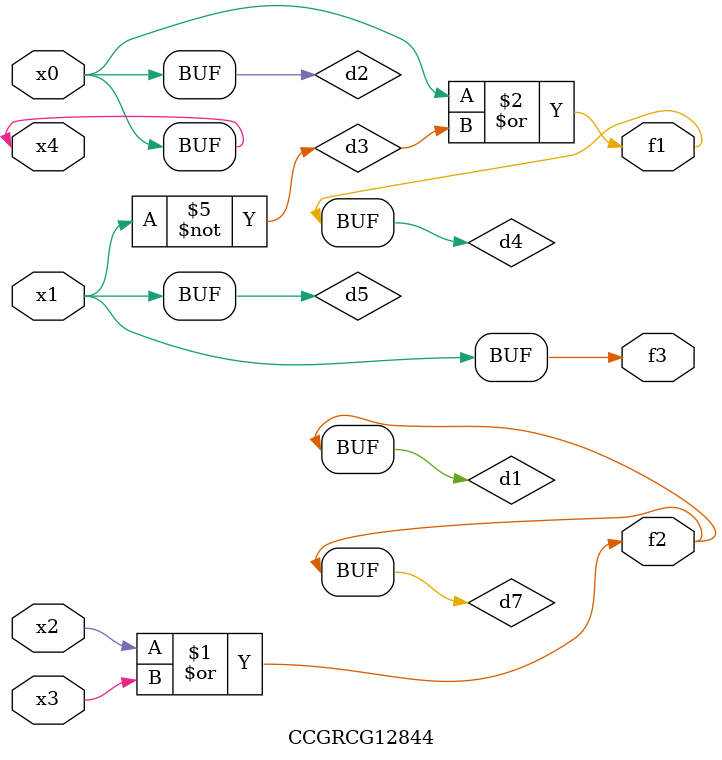
<source format=v>
module CCGRCG12844(
	input x0, x1, x2, x3, x4,
	output f1, f2, f3
);

	wire d1, d2, d3, d4, d5, d6, d7;

	or (d1, x2, x3);
	buf (d2, x0, x4);
	not (d3, x1);
	or (d4, d2, d3);
	not (d5, d3);
	nand (d6, d1, d3);
	or (d7, d1);
	assign f1 = d4;
	assign f2 = d7;
	assign f3 = d5;
endmodule

</source>
